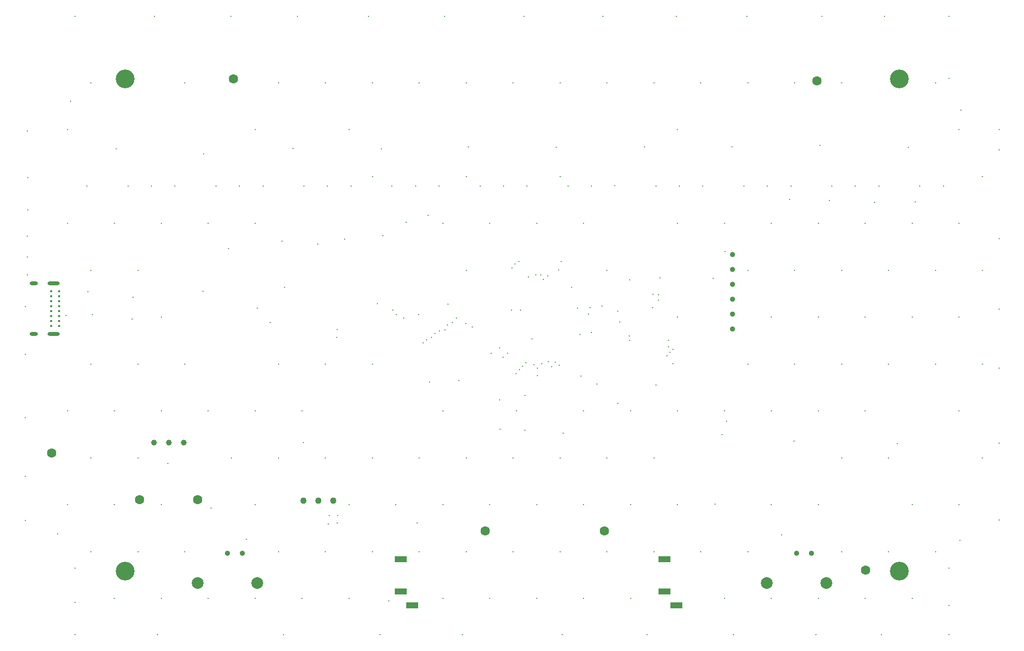
<source format=gbr>
%TF.GenerationSoftware,Altium Limited,Altium Designer,23.6.0 (18)*%
G04 Layer_Color=0*
%FSLAX43Y43*%
%MOMM*%
%TF.SameCoordinates,02C31AF8-F4BC-48A1-AB84-B672334353EB*%
%TF.FilePolarity,Positive*%
%TF.FileFunction,Plated,1,2,PTH,Drill*%
%TF.Part,Single*%
G01*
G75*
%TA.AperFunction,ComponentDrill*%
%ADD58C,0.400*%
%ADD59O,2.100X0.600*%
%ADD60O,1.400X0.600*%
%TA.AperFunction,OtherDrill,Free Pad (17.525mm,10.825mm)*%
%ADD61C,3.200*%
%TA.AperFunction,OtherDrill,Free Pad (17.525mm,94.825mm)*%
%ADD62C,3.200*%
%TA.AperFunction,OtherDrill,Free Pad (149.525mm,10.825mm)*%
%ADD63C,3.200*%
%TA.AperFunction,OtherDrill,Free Pad (149.525mm,94.825mm)*%
%ADD64C,3.200*%
%TA.AperFunction,ComponentDrill*%
%ADD65R,2.000X1.000*%
%ADD66C,2.000*%
%ADD67C,0.890*%
%ADD68C,1.000*%
%ADD69C,0.900*%
%ADD70C,1.100*%
%ADD71C,1.600*%
%TA.AperFunction,ViaDrill,NotFilled*%
%ADD72C,0.300*%
D58*
X4925Y58575D02*
D03*
Y57725D02*
D03*
Y56875D02*
D03*
Y56025D02*
D03*
Y55175D02*
D03*
Y54325D02*
D03*
Y53475D02*
D03*
Y52625D02*
D03*
X6275D02*
D03*
Y53475D02*
D03*
Y54325D02*
D03*
Y55175D02*
D03*
Y56025D02*
D03*
Y56875D02*
D03*
Y57725D02*
D03*
Y58575D02*
D03*
D59*
X5295Y51275D02*
D03*
Y59925D02*
D03*
D60*
X1915Y51275D02*
D03*
Y59925D02*
D03*
D61*
X17525Y10825D02*
D03*
D62*
Y94825D02*
D03*
D63*
X149525Y10825D02*
D03*
D64*
Y94825D02*
D03*
D65*
X109500Y12900D02*
D03*
Y7400D02*
D03*
X111500Y5000D02*
D03*
X64500Y12900D02*
D03*
Y7400D02*
D03*
X66500Y5000D02*
D03*
D66*
X40080Y8800D02*
D03*
X29920D02*
D03*
X137080Y8800D02*
D03*
X126920D02*
D03*
D67*
X37540Y13880D02*
D03*
X35000D02*
D03*
X134540Y13880D02*
D03*
X132000D02*
D03*
D68*
X22460Y32800D02*
D03*
X25000D02*
D03*
X27540D02*
D03*
D69*
X121067Y52173D02*
D03*
Y54713D02*
D03*
Y57253D02*
D03*
Y59793D02*
D03*
Y62333D02*
D03*
Y64873D02*
D03*
D70*
X47935Y22850D02*
D03*
X50475D02*
D03*
X53015D02*
D03*
D71*
X99199Y17673D02*
D03*
X29920Y23000D02*
D03*
X78921Y17673D02*
D03*
X5020Y31000D02*
D03*
X143786Y11008D02*
D03*
X135500Y94500D02*
D03*
X36000Y94825D02*
D03*
X20000Y23000D02*
D03*
D72*
X117741Y60762D02*
D03*
X32142Y21600D02*
D03*
X67286Y19041D02*
D03*
X38175Y16259D02*
D03*
X62483Y5724D02*
D03*
X52117Y18907D02*
D03*
X53789Y20301D02*
D03*
X52345Y20326D02*
D03*
X53663Y19008D02*
D03*
X24796Y29203D02*
D03*
X30828Y58627D02*
D03*
X35132Y65866D02*
D03*
X19687Y62176D02*
D03*
X11687D02*
D03*
X11969Y54577D02*
D03*
X7482Y54434D02*
D03*
X86858Y50462D02*
D03*
X84951Y55351D02*
D03*
X83383Y55368D02*
D03*
X89605Y61243D02*
D03*
X131613Y33000D02*
D03*
X149226Y32570D02*
D03*
X129465Y17058D02*
D03*
X85694Y40828D02*
D03*
X92186Y34384D02*
D03*
X85694Y34862D02*
D03*
X84215Y38155D02*
D03*
X74382Y43358D02*
D03*
X69418Y43072D02*
D03*
X60540Y56437D02*
D03*
X44693Y59253D02*
D03*
X40015Y55673D02*
D03*
X42210Y53286D02*
D03*
X11185Y58489D02*
D03*
X18869Y57534D02*
D03*
X18678Y53859D02*
D03*
X95241Y44074D02*
D03*
X108033Y42594D02*
D03*
X151040Y83167D02*
D03*
X152233Y73859D02*
D03*
X137579Y74097D02*
D03*
X145312Y73763D02*
D03*
X130849Y74288D02*
D03*
X136004Y83501D02*
D03*
X120968Y83262D02*
D03*
X106076Y83214D02*
D03*
X90993Y83167D02*
D03*
X76052Y83262D02*
D03*
X16005Y82928D02*
D03*
X61208Y82928D02*
D03*
X46124Y82976D02*
D03*
X30946Y82069D02*
D03*
X44275Y67135D02*
D03*
X50347Y66665D02*
D03*
X54969Y67488D02*
D03*
X61511Y68075D02*
D03*
X65429Y70347D02*
D03*
X69189Y71523D02*
D03*
X159687Y86169D02*
D03*
X163687Y78169D02*
D03*
X159687Y70169D02*
D03*
X163687Y62169D02*
D03*
X159687Y54169D02*
D03*
X163687Y46169D02*
D03*
X159687Y38169D02*
D03*
X163687Y30169D02*
D03*
X159687Y22169D02*
D03*
X155687Y94169D02*
D03*
X151687Y70169D02*
D03*
X155687Y62169D02*
D03*
X151687Y54169D02*
D03*
X155687Y46169D02*
D03*
X151687Y22169D02*
D03*
X155687Y14169D02*
D03*
X151687Y6169D02*
D03*
X143687Y70169D02*
D03*
X147687Y62169D02*
D03*
X143687Y54169D02*
D03*
X147687Y46169D02*
D03*
X143687Y38169D02*
D03*
X147687Y30169D02*
D03*
Y14169D02*
D03*
X143687Y6169D02*
D03*
X139687Y94169D02*
D03*
X135687Y70169D02*
D03*
X139687Y62169D02*
D03*
X135687Y54169D02*
D03*
X139687Y46169D02*
D03*
X135687Y38169D02*
D03*
X139687Y30169D02*
D03*
X135687Y22169D02*
D03*
X139687Y14169D02*
D03*
X135687Y6169D02*
D03*
X131687Y94169D02*
D03*
X127687Y70169D02*
D03*
X131687Y62169D02*
D03*
X127687Y54169D02*
D03*
X131687Y46169D02*
D03*
X127687Y38169D02*
D03*
Y22169D02*
D03*
Y6169D02*
D03*
X123687Y94169D02*
D03*
X119687Y70169D02*
D03*
X123687Y62169D02*
D03*
Y46169D02*
D03*
X119687Y38169D02*
D03*
X123687Y14169D02*
D03*
X119687Y6169D02*
D03*
X115687Y94169D02*
D03*
X111687Y86169D02*
D03*
Y70169D02*
D03*
Y54169D02*
D03*
Y38169D02*
D03*
Y22169D02*
D03*
X115687Y14169D02*
D03*
X107687Y94169D02*
D03*
X103687Y38169D02*
D03*
X107687Y30169D02*
D03*
X103687Y22169D02*
D03*
X107687Y14169D02*
D03*
X103687Y6169D02*
D03*
X99687Y94169D02*
D03*
X95687Y70169D02*
D03*
X99687Y62169D02*
D03*
X95687Y38169D02*
D03*
X99687Y30169D02*
D03*
X95687Y22169D02*
D03*
X99687Y14169D02*
D03*
X95687Y6169D02*
D03*
X91687Y94169D02*
D03*
Y78169D02*
D03*
X87687Y70169D02*
D03*
X91687Y30169D02*
D03*
X87687Y22169D02*
D03*
X91687Y14169D02*
D03*
X87687Y6169D02*
D03*
X83687Y94169D02*
D03*
X79687Y70169D02*
D03*
X83687Y30169D02*
D03*
X79687Y22169D02*
D03*
X83687Y14169D02*
D03*
X79687Y6169D02*
D03*
X75687Y94169D02*
D03*
Y78169D02*
D03*
X71687Y70169D02*
D03*
X75687Y62169D02*
D03*
X71687Y38169D02*
D03*
X75687Y30169D02*
D03*
X71687Y22169D02*
D03*
X75687Y14169D02*
D03*
X71687Y6169D02*
D03*
X67687Y94169D02*
D03*
Y30169D02*
D03*
X63687Y22169D02*
D03*
X67687Y14169D02*
D03*
X59687Y94169D02*
D03*
X55687Y86169D02*
D03*
X59687Y78169D02*
D03*
Y46169D02*
D03*
Y30169D02*
D03*
X55687Y22169D02*
D03*
X59687Y14169D02*
D03*
X55687Y6169D02*
D03*
X51687Y94169D02*
D03*
Y46169D02*
D03*
X47687Y38169D02*
D03*
X51687Y30169D02*
D03*
Y14169D02*
D03*
X47687Y6169D02*
D03*
X43687Y94169D02*
D03*
X39687Y86169D02*
D03*
Y70169D02*
D03*
X43687Y46169D02*
D03*
X39687Y38169D02*
D03*
X43687Y30169D02*
D03*
X39687Y22169D02*
D03*
X43687Y14169D02*
D03*
X39687Y6169D02*
D03*
X31687Y70169D02*
D03*
Y38169D02*
D03*
X35687Y30169D02*
D03*
X31687Y6169D02*
D03*
X27687Y94169D02*
D03*
X23687Y70169D02*
D03*
Y54169D02*
D03*
X27687Y46169D02*
D03*
X23687Y38169D02*
D03*
Y22169D02*
D03*
X27687Y14169D02*
D03*
X23687Y6169D02*
D03*
X15687Y70169D02*
D03*
X19687Y46169D02*
D03*
X15687Y38169D02*
D03*
X19687Y30169D02*
D03*
X15687Y22169D02*
D03*
X19687Y14169D02*
D03*
X15687Y6169D02*
D03*
X11687Y94169D02*
D03*
X7687Y86169D02*
D03*
Y70169D02*
D03*
X11687Y46169D02*
D03*
X7687Y38169D02*
D03*
X11687Y30169D02*
D03*
X7687Y22169D02*
D03*
X11687Y14169D02*
D03*
X63162Y55400D02*
D03*
X65047Y54041D02*
D03*
X70344Y51375D02*
D03*
X69740Y50750D02*
D03*
X68290Y49743D02*
D03*
X68921Y50250D02*
D03*
X72054Y51977D02*
D03*
X76750Y52502D02*
D03*
X81959Y47340D02*
D03*
X82743Y48027D02*
D03*
X84716Y45199D02*
D03*
X84177Y44542D02*
D03*
X85826Y46414D02*
D03*
X85292Y45800D02*
D03*
X87774Y45424D02*
D03*
X87198Y46053D02*
D03*
X89706Y46541D02*
D03*
X88544Y46187D02*
D03*
X90253Y45713D02*
D03*
X91504Y45993D02*
D03*
X90858Y46467D02*
D03*
X67570Y54607D02*
D03*
X74000Y53976D02*
D03*
X53660Y52097D02*
D03*
X53617Y50676D02*
D03*
X63778Y54625D02*
D03*
X47935Y32800D02*
D03*
X500Y19500D02*
D03*
X6000Y17228D02*
D03*
X9000Y11366D02*
D03*
Y5500D02*
D03*
Y0D02*
D03*
X23000D02*
D03*
X119841Y65322D02*
D03*
X72550Y56377D02*
D03*
X88826Y60609D02*
D03*
X108431Y57997D02*
D03*
X107520Y58051D02*
D03*
X108700Y60848D02*
D03*
X108431Y57106D02*
D03*
X103540Y60515D02*
D03*
X101554Y55243D02*
D03*
X110949Y48691D02*
D03*
X120091Y36426D02*
D03*
X119270Y34126D02*
D03*
X81394Y40074D02*
D03*
X73307Y53263D02*
D03*
X96500Y54669D02*
D03*
X87774Y44182D02*
D03*
X118130Y22281D02*
D03*
X93643Y59246D02*
D03*
X101027Y76592D02*
D03*
X110445Y48204D02*
D03*
X81394Y48949D02*
D03*
X500Y56001D02*
D03*
Y47862D02*
D03*
Y37000D02*
D03*
Y27000D02*
D03*
X44500Y0D02*
D03*
X61000D02*
D03*
X75000D02*
D03*
X92000D02*
D03*
X106500D02*
D03*
X121249D02*
D03*
X135303D02*
D03*
X146503D02*
D03*
X158000D02*
D03*
Y5000D02*
D03*
Y11366D02*
D03*
X159835Y16100D02*
D03*
X166500Y19543D02*
D03*
Y32705D02*
D03*
Y45500D02*
D03*
Y55559D02*
D03*
Y67521D02*
D03*
Y82743D02*
D03*
Y86167D02*
D03*
X160000Y89500D02*
D03*
X158000Y94952D02*
D03*
Y105500D02*
D03*
X147000D02*
D03*
X136299D02*
D03*
X123554D02*
D03*
X111500D02*
D03*
X99000D02*
D03*
X85500D02*
D03*
X72000D02*
D03*
X59000D02*
D03*
X46875D02*
D03*
X35550D02*
D03*
X22554D02*
D03*
X9000D02*
D03*
X8200Y91000D02*
D03*
X822Y85950D02*
D03*
X900Y77988D02*
D03*
Y72500D02*
D03*
X829Y68000D02*
D03*
X822Y64450D02*
D03*
Y61400D02*
D03*
X101884Y53349D02*
D03*
X86250Y61059D02*
D03*
X75641Y53120D02*
D03*
X95122Y51250D02*
D03*
X94631Y55674D02*
D03*
X98848Y56040D02*
D03*
X103556Y50183D02*
D03*
X103462Y50982D02*
D03*
X110131Y50174D02*
D03*
X96782Y55819D02*
D03*
X110131Y49087D02*
D03*
X97027Y51596D02*
D03*
X109884Y47552D02*
D03*
X110921Y46187D02*
D03*
X107465Y55819D02*
D03*
X98000Y42750D02*
D03*
X101480Y39479D02*
D03*
X81452Y35080D02*
D03*
X91463Y62270D02*
D03*
X91875Y63679D02*
D03*
X79955Y48030D02*
D03*
X88397Y61379D02*
D03*
X87577Y61374D02*
D03*
X131027Y76559D02*
D03*
X108027D02*
D03*
X84674Y63679D02*
D03*
X83505Y62595D02*
D03*
X83955Y63258D02*
D03*
X72450Y52850D02*
D03*
X71125Y51825D02*
D03*
X157027Y76559D02*
D03*
X153027D02*
D03*
X146027D02*
D03*
X142027D02*
D03*
X138027D02*
D03*
X127027D02*
D03*
X123027Y76547D02*
D03*
X116027Y76559D02*
D03*
X112027D02*
D03*
X97027D02*
D03*
X93027D02*
D03*
X86027D02*
D03*
X82027D02*
D03*
X78027D02*
D03*
X71027D02*
D03*
X67027D02*
D03*
X63027D02*
D03*
X56027D02*
D03*
X52027D02*
D03*
X48027D02*
D03*
X41027D02*
D03*
X37027D02*
D03*
X33027D02*
D03*
X26027D02*
D03*
X22027D02*
D03*
X18027D02*
D03*
X11027D02*
D03*
%TF.MD5,cad840f78caab395123bb68259b6344c*%
M02*

</source>
